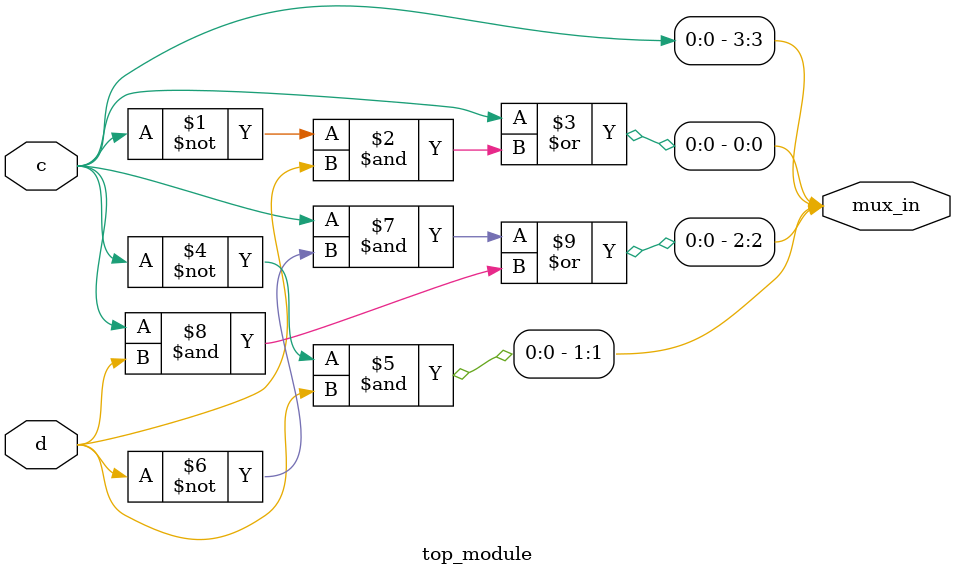
<source format=sv>
module top_module (
    input c,
    input d,
    output [3:0] mux_in
);

    // Define the output mux_in based on the provided Karnaugh map
    assign mux_in[0] = c | (~c & d); // 1 for (c,d) = 10, 11
    assign mux_in[1] = ~c & d; // 1 for (c,d) = 01
    assign mux_in[2] = (c & ~d) | (c & d); // 1 for (c,d) = 10, 11
    assign mux_in[3] = c; // 1 for (c,d) = 10, 11

endmodule

</source>
